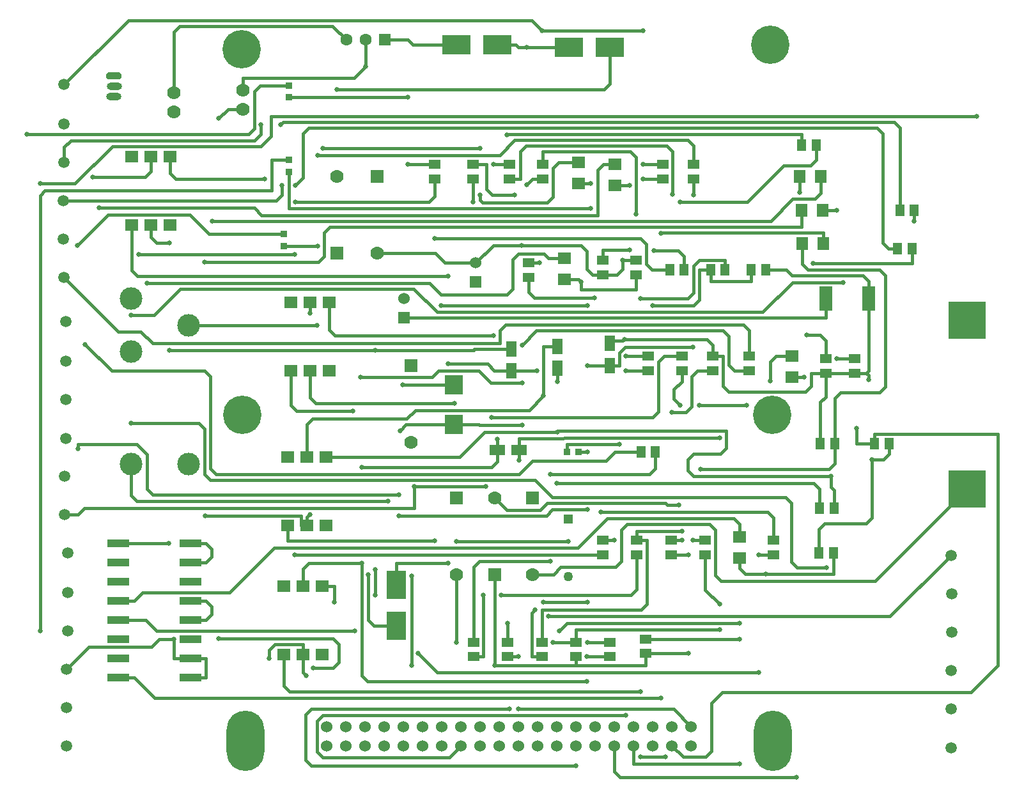
<source format=gbr>
G04 DipTrace 2.4.0.2*
%INTop.gbr*%
%MOMM*%
%ADD13C,0.381*%
%ADD17C,1.524*%
%ADD18R,1.524X1.524*%
%ADD19R,2.35X2.65*%
%ADD20R,1.35X2.15*%
%ADD21R,2.55X3.75*%
%ADD22R,2.15X1.35*%
%ADD23R,3.75X2.55*%
%ADD24R,0.9X0.9*%
%ADD25R,1.778X1.778*%
%ADD26C,1.778*%
%ADD27C,1.524*%
%ADD28C,1.778*%
%ADD29R,3.0X1.0*%
%ADD30C,5.08*%
%ADD31O,5.0X8.0*%
%ADD32C,1.271*%
%ADD33R,1.78X1.52*%
%ADD34R,5.0X5.0*%
%ADD35C,1.5*%
%ADD36O,2.0X1.0*%
%ADD37C,3.0*%
%ADD38R,1.27X1.27*%
%ADD39R,1.5X1.3*%
%ADD40R,1.3X1.5*%
%ADD41R,1.8X3.2*%
%ADD42R,1.6X1.8*%
%ADD43R,1.8X1.6*%
%ADD44R,1.6X1.6*%
%ADD45C,1.6*%
%ADD46C,0.635*%
%FSLAX53Y53*%
G04*
G71*
G90*
G75*
G01*
%LNTop*%
%LPD*%
X82349Y39800D2*
D13*
X85111D1*
X86064Y40752D1*
X93340D1*
X94101Y41514D1*
Y45655D1*
X94864Y46417D1*
X105782D1*
X106544Y45655D1*
Y39696D1*
X107306Y38934D1*
X127697D1*
X139880Y51116D1*
X20591Y27213D2*
X23567Y30189D1*
X31861D1*
X32899Y31228D1*
X34844D1*
X47428Y28688D2*
Y29733D1*
X48190Y30495D1*
X51965D1*
Y29164D1*
X24077Y92430D2*
X31058D1*
X31820Y93192D1*
Y95149D1*
X37042Y41387D2*
X39114D1*
X39876Y42149D1*
Y43166D1*
X39114Y43928D1*
X37042D1*
Y33768D2*
X39114D1*
X39876Y34530D1*
Y35545D1*
X39114Y36307D1*
X37042D1*
X52917Y74378D2*
Y75836D1*
X37042Y28688D2*
X39114D1*
Y26147D1*
X37042D1*
X34844Y31228D2*
Y28688D1*
X37042D1*
X52440Y46251D2*
X51678D1*
Y47583D1*
X39033D1*
X52917Y47710D2*
X52757D1*
X52440Y47392D1*
Y46251D1*
X51965Y29164D2*
Y26823D1*
X52410Y26379D1*
X102147Y45528D2*
X96175D1*
Y44306D1*
X20350Y47738D2*
X22171D1*
X23033Y48599D1*
X66697D1*
Y51421D1*
X77317Y49960D2*
X78932Y48345D1*
X83351D1*
X84268Y49262D1*
X99918D1*
X100223Y48957D1*
X101721D1*
X101927Y62175D2*
X101038Y63064D1*
Y64276D1*
X102130Y65367D1*
Y66788D1*
X101927Y89146D2*
X110820D1*
X115650Y93976D1*
X119148D1*
X119910Y94739D1*
Y96633D1*
X96175Y44306D2*
X97497D1*
Y35876D1*
X96734Y35114D1*
X83574D1*
Y30830D1*
X66697Y51421D2*
X76194D1*
X103717Y90035D2*
Y92192D1*
X104468Y62196D2*
X110675D1*
X93212Y44306D2*
X91651D1*
X112343Y42406D2*
X114271D1*
X67210Y29359D2*
X69750Y26820D1*
X112343D1*
X113242Y80123D2*
X115995D1*
X116744Y79373D1*
X126075D1*
X126837Y78611D1*
Y76312D1*
X103036Y29325D2*
X97367D1*
X29180Y54400D2*
Y50250D1*
X29942Y49488D1*
X63205D1*
X96098Y81392D2*
X94319D1*
X66321Y39566D2*
Y27709D1*
X120280Y42600D2*
Y45755D1*
X121042Y46517D1*
X126519D1*
X127281Y47279D1*
Y55017D1*
X81608Y91436D2*
X82359Y92188D1*
X83715D1*
X81015Y59554D2*
X75315D1*
X75225Y59644D1*
X71967D1*
X87207Y109650D2*
X81608D1*
X96986Y92192D2*
X99590D1*
X103036Y42406D2*
X100699D1*
X126837Y76312D2*
Y66788D1*
X126520Y66470D1*
X126837Y66153D1*
Y65566D1*
X77317Y27709D2*
Y39800D1*
X97367Y29325D2*
Y27709D1*
X88098D1*
X77317D1*
X74825Y81075D2*
X70727D1*
X69457Y82345D1*
X61807D1*
X80873Y83399D2*
X77149D1*
X74825Y81075D1*
X91652Y79487D2*
X90302D1*
X89540Y80249D1*
Y82637D1*
X88778Y83399D1*
X80873D1*
X94319Y81392D2*
Y80249D1*
X93558Y79487D1*
X91652D1*
X121180Y66470D2*
Y63313D1*
X120480Y62613D1*
Y57100D1*
X106257Y68692D2*
X107579D1*
Y64773D1*
X108341Y64011D1*
X118460D1*
X119223Y64773D1*
Y66470D1*
X121180D1*
X94498Y70947D2*
X105495D1*
X106257Y70185D1*
Y68692D1*
X92605Y70439D2*
Y70756D1*
X94308D1*
X94498Y70947D1*
X88098Y28930D2*
Y27709D1*
X127281Y55017D2*
X128818D1*
X129580Y55779D1*
Y57100D1*
X71967Y59644D2*
X65586D1*
X64792Y58850D1*
X81608Y109650D2*
X80447D1*
X80129Y109968D1*
X77682D1*
X124990Y66470D2*
X126520D1*
X121180D2*
X124990D1*
X50949Y89151D2*
X68665D1*
X69427Y89913D1*
Y92192D1*
X80498Y28930D2*
X79050D1*
X103372Y19639D2*
X101023Y21988D1*
X80498D1*
X102147Y44306D2*
X100699D1*
X100832Y61286D2*
X102689D1*
X103451Y62048D1*
Y66031D1*
X104213Y66793D1*
X106257D1*
X100911Y90162D2*
Y95781D1*
X100149Y96543D1*
X81508D1*
X80746Y95781D1*
Y92188D1*
X79270D1*
X111342Y80123D2*
Y78611D1*
X105940D1*
Y80123D1*
X104431D1*
Y76186D1*
X103669Y75424D1*
X98293D1*
X96098Y87500D2*
Y95019D1*
X95335Y95781D1*
X83715D1*
Y94087D1*
X98435Y82651D2*
X101685D1*
X102447Y81889D1*
Y80123D1*
X53875Y95314D2*
X77992D1*
X79984Y97305D1*
X102955D1*
X103717Y96543D1*
Y94093D1*
X53875Y83297D2*
X49425D1*
X96986Y111847D2*
X83647D1*
X96986Y94093D2*
X99590D1*
X83258Y81070D2*
X81810D1*
X83647Y111847D2*
X82288Y113206D1*
X28799D1*
X20322Y104729D1*
X75847Y37069D2*
Y28930D1*
X74526D1*
X34248Y69518D2*
X61491D1*
X34248Y83737D2*
X32582D1*
X31820Y84499D1*
Y86100D1*
X78206Y37069D2*
X95413D1*
X96175Y37831D1*
Y42406D1*
X61491Y37069D2*
Y40455D1*
Y69518D2*
X74515D1*
X74642Y69645D1*
X79587D1*
X62760Y110603D2*
X65853D1*
X66488Y109968D1*
X72285D1*
X85022Y30830D2*
X88098D1*
X107119Y35875D2*
X105223Y37771D1*
Y42406D1*
X72285Y39800D2*
Y30830D1*
X88098D2*
Y32447D1*
X107119D1*
X60220Y110603D2*
Y107110D1*
X89626Y67422D2*
X92605D1*
X70253Y75424D2*
X89626D1*
X87127Y44184D2*
X72285D1*
X103579Y44306D2*
X105223D1*
X60220Y107110D2*
X58701Y105591D1*
X44027D1*
Y103935D1*
X92605Y67422D2*
X93851D1*
Y69152D1*
X94614Y69914D1*
X103579D1*
X99324Y23391D2*
X32346D1*
X29589Y26147D1*
X27517D1*
X99324Y84960D2*
X99451Y85087D1*
X120862D1*
Y83615D1*
X50852Y42406D2*
X91651D1*
X30169Y82149D2*
X50852D1*
X57680Y110603D2*
X55838Y112444D1*
X35582D1*
X34820Y111682D1*
Y103617D1*
X72031Y62438D2*
X53679D1*
X52917Y63200D1*
Y66788D1*
X71162Y41261D2*
X64347D1*
Y38371D1*
X76920Y60570D2*
X98245D1*
X99007Y61332D1*
Y67925D1*
X99769Y68688D1*
X102130D1*
X74507Y89151D2*
Y92188D1*
X59587Y65898D2*
X69019D1*
X69899Y66779D1*
X75236D1*
X76874Y65141D1*
X80961D1*
X79984Y90039D2*
X77047D1*
X76285Y90801D1*
Y94087D1*
X74507D1*
X80961Y70153D2*
X82893Y72085D1*
X107579D1*
X108341Y71323D1*
Y67550D1*
X109103Y66788D1*
X111020D1*
X58571Y61422D2*
X51139D1*
X50377Y62184D1*
Y66788D1*
X60602Y39736D2*
Y33736D1*
X61365Y32974D1*
X64347D1*
X77174Y94087D2*
X79270D1*
X77174Y71423D2*
X56220D1*
X55458Y72185D1*
Y75836D1*
X46870Y92200D2*
X35120D1*
X34360Y92961D1*
Y95149D1*
X79050Y30830D2*
Y33315D1*
X52440Y55300D2*
Y59644D1*
X53202Y60406D1*
X65706D1*
X66841Y61540D1*
X81904D1*
X83809Y63445D1*
X85587Y51890D2*
X119618D1*
X120380Y51128D1*
Y48600D1*
X82685Y35113D2*
X82252Y34681D1*
Y28930D1*
X83574D1*
X83809Y63445D2*
Y69962D1*
X85620D1*
X89546Y25617D2*
X60475D1*
X59713Y26379D1*
Y41261D1*
Y53961D2*
X76920D1*
X77682Y54722D1*
Y56310D1*
X89546Y28930D2*
X92622D1*
X59713Y41261D2*
X52727D1*
X51965Y40498D1*
Y38212D1*
X77682Y56310D2*
Y57684D1*
X78953Y98030D2*
X78990Y98067D1*
X118010D1*
Y96633D1*
X122280Y48600D2*
Y50933D1*
X121889Y51324D1*
Y52817D1*
X85620Y65332D2*
Y67105D1*
X132927Y86611D2*
Y88060D1*
X85620Y58665D2*
X76032D1*
X72667Y55300D1*
X54980D1*
X121889Y52817D2*
X103690D1*
X102928Y53579D1*
Y55017D1*
X103690Y55779D1*
X107246D1*
X108008Y56541D1*
Y58792D1*
X85747D1*
X85620Y58665D1*
X119523Y81024D2*
X132610D1*
Y82980D1*
X80540Y54937D2*
Y56310D1*
X56093Y36116D2*
Y38212D1*
X54505D1*
X89626Y30830D2*
X92622D1*
X83809Y36116D2*
X89626D1*
X80540Y56310D2*
Y57776D1*
X86445D1*
X86572Y57903D1*
X107119D1*
X96641Y76312D2*
X102907D1*
X103669Y77075D1*
Y80682D1*
X104431Y81444D1*
X107840D1*
Y80123D1*
X96641Y24306D2*
X50187D1*
X49425Y25068D1*
Y29164D1*
X69364Y84288D2*
X96657D1*
X97419Y83526D1*
Y80885D1*
X98181Y80123D1*
X100547D1*
X69364Y44237D2*
X49900D1*
Y46251D1*
X75396Y90039D2*
Y89341D1*
X75714Y89024D1*
X84275D1*
X85036Y89785D1*
Y93648D1*
X85798Y94410D1*
X88478D1*
X54594Y96203D2*
X75396D1*
X39922Y86611D2*
X113903D1*
X116824Y89531D1*
X119783D1*
X120545Y90293D1*
Y92505D1*
X113871Y65376D2*
Y67930D1*
X114633Y68692D1*
X116735D1*
X85911Y32299D2*
X86948Y33336D1*
X109786D1*
X58825Y32299D2*
X32567D1*
X31099Y33768D1*
X27517D1*
Y36307D2*
X29589D1*
X30660Y37379D1*
X42191D1*
X48107Y43295D1*
X88333D1*
X92217Y47179D1*
X108985D1*
X109747Y46417D1*
Y44756D1*
X24966Y88320D2*
X45521D1*
X46469Y87373D1*
X90965D1*
Y93330D1*
X91727Y94093D1*
X93240D1*
X31251Y78408D2*
X68729D1*
X70253Y76884D1*
X78965D1*
X79727Y77646D1*
Y81529D1*
X80489Y82291D1*
X83857D1*
X84438Y81710D1*
X86572D1*
X38871Y81133D2*
X54002D1*
X54764Y81895D1*
Y85087D1*
X55526Y85849D1*
X118005D1*
Y88060D1*
X34209Y43928D2*
X27517D1*
X56410Y104004D2*
X91843D1*
X92605Y104766D1*
Y109650D1*
X65300Y73772D2*
X121237D1*
Y76312D1*
X65175Y64883D2*
X71967D1*
X84698Y53072D2*
X97873D1*
X98635Y53834D1*
Y55992D1*
X84698Y41514D2*
X75288D1*
X74526Y40752D1*
Y30830D1*
X71142Y79297D2*
X30042D1*
X29280Y80059D1*
Y86100D1*
X79587Y66787D2*
X77257D1*
X76377Y67668D1*
X71142D1*
X82920Y66787D2*
X79587D1*
X53806Y72815D2*
X36800D1*
X84463Y34224D2*
X129652D1*
X137767Y42340D1*
X20322Y79170D2*
X27517Y71975D1*
X30467D1*
X32035Y70407D1*
X78063D1*
Y72085D1*
X78825Y72847D1*
X110258D1*
X111020Y72085D1*
Y68688D1*
X23060Y70268D2*
X26592Y66736D1*
X38871D1*
X39633Y65974D1*
Y53833D1*
X40395Y53071D1*
X80540D1*
X82318Y54849D1*
X92115D1*
X93258Y55992D1*
X96735D1*
X50949Y91309D2*
X51970Y92331D1*
Y98157D1*
X52732Y98919D1*
X127965D1*
X128726Y98157D1*
Y83742D1*
X129489Y82980D1*
X130710D1*
X49165Y91309D2*
Y90092D1*
X48403Y89330D1*
X20163D1*
X48980Y99340D2*
X49321Y99681D1*
X130266D1*
X131028Y98919D1*
Y88060D1*
X46377Y99338D2*
Y98114D1*
X45505Y97242D1*
X21184D1*
X20322Y96380D1*
Y94410D1*
X29180Y59843D2*
X38109D1*
X38871Y59081D1*
Y53071D1*
X39633Y52309D1*
X82666D1*
X84953Y50024D1*
X115850D1*
X116612Y49261D1*
Y41474D1*
X117374Y40712D1*
X121291D1*
X29180Y74109D2*
X32198D1*
X35735Y77646D1*
X66633D1*
X69745Y74534D1*
X112851D1*
X116800Y78484D1*
X123517D1*
X141183Y100443D2*
X47750D1*
Y97836D1*
X46394Y96480D1*
X26683D1*
X21744Y91541D1*
X17142D1*
X89626Y55992D2*
X88478D1*
X64666Y47583D2*
X84177D1*
X84966Y48373D1*
X89626D1*
X22171Y56471D2*
Y57000D1*
X29961D1*
X31251Y55709D1*
Y51139D1*
X32013Y50377D1*
X64666D1*
X15364Y98131D2*
X44726D1*
X45488Y98893D1*
Y103808D1*
X46250Y104570D1*
X50060D1*
X17125Y32293D2*
Y90000D1*
X17777Y90652D1*
X47800D1*
Y94728D1*
X50060D1*
X22061Y83361D2*
X26132Y87431D1*
X36939D1*
X39486Y84885D1*
X49425D1*
X93848Y57014D2*
X86890D1*
Y55992D1*
X94740Y68692D2*
X97685D1*
X65797Y102983D2*
X50060D1*
X69427Y94093D2*
X65797D1*
X90076Y88261D2*
X50060D1*
Y93140D1*
X91404Y48067D2*
X113509D1*
X114271Y47305D1*
Y44306D1*
X90515Y76439D2*
X82572D1*
X81810Y77201D1*
Y79170D1*
X94740Y66793D2*
X97685D1*
X94740Y21099D2*
X54541D1*
X53779Y20337D1*
Y16305D1*
X54541Y15543D1*
X71337D1*
X72892Y17099D1*
X104579Y53707D2*
X121618D1*
X122380Y54469D1*
Y57100D1*
Y63153D1*
X123142Y63915D1*
X128309D1*
X129071Y64677D1*
Y79373D1*
X128309Y80135D1*
X118825D1*
X118062Y80897D1*
Y83615D1*
X125295Y59184D2*
Y57100D1*
X127680D1*
X90076Y91610D2*
X88478D1*
X127680Y57100D2*
Y58422D1*
X144020D1*
Y27770D1*
X140420Y24170D1*
X107457D1*
X106068Y22782D1*
Y16372D1*
X105306Y15610D1*
X102321D1*
X100832Y17099D1*
X118634Y71544D2*
X120418D1*
X121180Y70782D1*
Y68370D1*
X117745Y90421D2*
Y92505D1*
X109786Y31225D2*
X97367D1*
X109786Y14721D2*
X95752D1*
Y17099D1*
X99943Y15610D2*
X96641D1*
X95209Y91293D2*
X93240D1*
X95209Y82741D2*
X91652D1*
Y81388D1*
X96098Y79492D2*
Y77549D1*
X88778D1*
Y78565D1*
X88132Y14408D2*
X53017D1*
X52255Y15170D1*
Y21226D1*
X53017Y21988D1*
X79306D1*
X88778Y78565D2*
X88433Y78910D1*
X86572D1*
X122628Y68370D2*
X124990D1*
X122628Y88060D2*
X120805D1*
X117297Y12884D2*
X93974D1*
X93212Y13646D1*
Y17099D1*
X109747Y41956D2*
Y40584D1*
X110509Y39822D1*
X113233D1*
X118334Y65892D2*
X116735D1*
X113233Y39822D2*
X122180D1*
Y42600D1*
X40811Y100188D2*
X42018Y101395D1*
X44027D1*
X53299Y27395D2*
X55966D1*
X56728Y28157D1*
Y30495D1*
X55966Y31257D1*
X40811D1*
D46*
X39033Y47583D3*
X52410Y26379D3*
X24077Y92430D3*
X47428Y28688D3*
X52917Y47710D3*
Y74378D3*
X34844Y31228D3*
X102147Y45528D3*
X101927Y62175D3*
Y89146D3*
X66697Y51421D3*
X76194D3*
X101721Y48957D3*
X103717Y90035D3*
X104467Y62196D3*
X110675D3*
X93212Y44306D3*
X112343Y42406D3*
Y26820D3*
X67210Y29359D3*
X66321Y27709D3*
Y39566D3*
X81608Y91436D3*
X64792Y58850D3*
X81015Y59554D3*
X77317Y27709D3*
X96986Y92192D3*
X103036Y42406D3*
Y29325D3*
X81608Y109650D3*
X127281Y55017D3*
X126837Y65566D3*
X63205Y49488D3*
X94498Y70947D3*
X80873Y83399D3*
X94319Y81392D3*
X50949Y89151D3*
X80498Y28930D3*
Y21988D3*
X102147Y44306D3*
X100911Y90162D3*
X100832Y61286D3*
X98293Y75424D3*
X96098Y87500D3*
X98435Y82651D3*
X53875Y95314D3*
Y83297D3*
X96986Y94093D3*
Y111847D3*
X83258Y81070D3*
X83647Y111847D3*
X75847Y37069D3*
X34248Y83737D3*
Y69518D3*
X78206Y37069D3*
X61491Y69518D3*
Y40455D3*
Y37069D3*
X107119Y32447D3*
Y35875D3*
X85022Y30830D3*
X72285D3*
X103579Y69914D3*
X89626Y67422D3*
Y75424D3*
X70253D3*
X72285Y44184D3*
X87127D3*
X103579Y44306D3*
X60220Y107110D3*
X99324Y84960D3*
Y23391D3*
X50852Y42406D3*
Y82149D3*
X30169D3*
X72031Y62438D3*
X71162Y41261D3*
X76920Y60570D3*
X74507Y89151D3*
X80961Y65141D3*
X59587Y65898D3*
X79984Y90039D3*
X80961Y70153D3*
X58571Y61422D3*
X60602Y39736D3*
X77174Y94087D3*
Y71423D3*
X46870Y92200D3*
X79050Y33315D3*
X85587Y51890D3*
X82685Y35113D3*
X83809Y63445D3*
X77682Y57684D3*
X78953Y98030D3*
X59713Y53961D3*
X89546Y28930D3*
Y25617D3*
X59713Y41261D3*
X85620Y65332D3*
X132927Y86611D3*
X85620Y58665D3*
X121889Y52817D3*
X119523Y81024D3*
X107119Y57903D3*
X56093Y36116D3*
X89626Y30830D3*
Y36116D3*
X80540Y54937D3*
X83809Y36116D3*
X96641Y76312D3*
Y24306D3*
X69364Y84288D3*
Y44237D3*
X75396Y90039D3*
Y96203D3*
X54594D3*
X39922Y86611D3*
X113871Y65376D3*
X109786Y33336D3*
X85911Y32299D3*
X58825D3*
X24966Y88320D3*
X31251Y78408D3*
X38871Y81133D3*
X34209Y43928D3*
X56410Y104004D3*
X65175Y64883D3*
X84698Y53072D3*
Y41514D3*
X71142Y67668D3*
Y79297D3*
X82920Y66787D3*
X53806Y72815D3*
X84463Y34224D3*
X23060Y70268D3*
X50949Y91309D3*
X49165D3*
X48980Y99340D3*
X46377Y99338D3*
X121291Y40712D3*
X29180Y59843D3*
X123517Y78484D3*
X29180Y74109D3*
X17142Y91541D3*
X141183Y100443D3*
X89626Y55992D3*
Y48373D3*
X64666Y47583D3*
Y50377D3*
X22171Y56471D3*
X15364Y98131D3*
X17125Y32293D3*
X22061Y83361D3*
X93848Y57014D3*
X94740Y68692D3*
X65797Y102983D3*
Y94093D3*
X90076Y88261D3*
X91404Y48067D3*
X90515Y76439D3*
X94740Y66793D3*
Y21099D3*
X104579Y53707D3*
X90076Y91610D3*
X125295Y59184D3*
X118634Y71544D3*
X117745Y90421D3*
X109786Y31225D3*
Y14721D3*
X96641Y15610D3*
X99943D3*
X95209Y91293D3*
Y82741D3*
X88778Y78565D3*
X79306Y21988D3*
X88132Y14408D3*
X122628Y68370D3*
Y88060D3*
X117297Y12884D3*
X118334Y65892D3*
X113233Y39822D3*
X40811Y100188D3*
Y31257D3*
X53299Y27395D3*
D17*
X65300Y76312D3*
D18*
Y73772D3*
D19*
X71967Y64883D3*
Y59644D3*
D20*
X79587Y66787D3*
Y69645D3*
D21*
X64347Y32974D3*
Y38371D3*
D20*
X85620Y67105D3*
Y69962D3*
D22*
X80540Y56310D3*
X77682D3*
D23*
X72285Y109968D3*
X77682D3*
D17*
X74825Y81075D3*
D18*
Y78535D3*
D20*
X92605Y67422D3*
Y70439D3*
D23*
Y109650D3*
X87207D3*
D24*
X50060Y102983D3*
Y104570D3*
D25*
X72285Y49960D3*
D26*
Y39800D3*
D25*
X77317D3*
D26*
Y49960D3*
D25*
X56410Y82345D3*
D26*
Y92505D3*
D25*
X66252Y67422D3*
D26*
Y57262D3*
D25*
X82349Y49960D3*
D26*
Y39800D3*
D25*
X61807Y92505D3*
D26*
Y82345D3*
D24*
X50060Y93140D3*
Y94728D3*
X86890Y55993D3*
X88478D3*
X49425Y83297D3*
Y84885D3*
D27*
X103372Y19639D3*
X100832D3*
X98293D3*
X95752D3*
X93212D3*
X90672D3*
X88132D3*
X85592D3*
X83052D3*
X80513D3*
X77972D3*
X75432D3*
X72892D3*
X70352D3*
X67812D3*
X65272D3*
X62732D3*
X60192D3*
X57652D3*
X55112D3*
Y17099D3*
X57652D3*
X60192D3*
X62732D3*
X65272D3*
X67812D3*
X70352D3*
X72892D3*
X75432D3*
X77972D3*
X80513D3*
X83052D3*
X85592D3*
X88132D3*
X90672D3*
X93212D3*
X95752D3*
X98293D3*
X100832D3*
X103372D3*
D28*
X34820Y103617D3*
Y101077D3*
X44027Y103935D3*
Y101395D3*
D29*
X37042Y26147D3*
Y28688D3*
Y31228D3*
Y33767D3*
Y36307D3*
Y38847D3*
Y41387D3*
Y43928D3*
X27517D3*
Y41387D3*
Y38847D3*
Y36307D3*
Y33767D3*
Y31228D3*
Y28688D3*
Y26147D3*
D30*
X113805Y109968D3*
X43900Y60900D3*
X43855Y109332D3*
X114100Y60900D3*
D31*
X114160Y17730D3*
X44310Y17790D3*
D33*
X29280Y86100D3*
X31820D3*
X34360D3*
Y95149D3*
X31820D3*
X29280D3*
X50377Y66788D3*
X52917D3*
X55458D3*
Y75836D3*
X52917D3*
X50377D3*
X54980Y55300D3*
X52440D3*
X49900D3*
Y46251D3*
X52440D3*
X54980D3*
X54505Y38212D3*
X51965D3*
X49425D3*
Y29164D3*
X51965D3*
X54505D3*
D34*
X139880Y73500D3*
Y51116D3*
D35*
X137767Y42340D3*
X137926Y37260D3*
Y32180D3*
X137768Y27100D3*
Y22020D3*
Y16781D3*
X20322Y79170D3*
X20163Y84250D3*
Y89330D3*
X20322Y94410D3*
Y99490D3*
Y104729D3*
X20350Y47738D3*
X20360Y52820D3*
X20550Y57770D3*
Y62978D3*
Y68058D3*
Y73296D3*
X20590Y17050D3*
X20591Y22133D3*
Y27213D3*
X20750Y32293D3*
Y37373D3*
Y42611D3*
G36*
X26140Y106340D2*
X25890Y106090D1*
Y105590D1*
X26140Y105340D1*
X27640D1*
X27890Y105590D1*
Y106090D1*
X27640Y106340D1*
X26140D1*
X25890Y106090D1*
Y105590D1*
X26140Y105340D1*
X27640D1*
X27890Y105590D1*
Y106090D1*
X27640Y106340D1*
X26140D1*
X25890Y106090D1*
Y105590D1*
X26140Y105340D1*
X27640D1*
X27890Y105590D1*
Y106090D1*
X27640Y106340D1*
X26140D1*
G37*
D36*
X26960Y104450D3*
X26920Y103130D3*
D37*
X29180Y54400D3*
X36800D3*
X29180Y69323D3*
X36800Y72815D3*
X29180Y76308D3*
D32*
X87127Y39546D3*
D38*
Y47166D3*
D39*
X69427Y94093D3*
Y92192D3*
X97685Y68692D3*
Y66793D3*
X91651Y44306D3*
Y42406D3*
X74526Y28930D3*
Y30830D3*
X74507Y92188D3*
Y94087D3*
X102130Y66788D3*
Y68688D3*
X96175Y44306D3*
Y42406D3*
X79050Y28930D3*
Y30830D3*
X79270Y92188D3*
Y94087D3*
X106257Y68692D3*
Y66793D3*
X100699Y42406D3*
Y44306D3*
D40*
X119910Y96633D3*
X118010D3*
D39*
X83574Y30830D3*
Y28930D3*
D40*
X102447Y80123D3*
X100547D3*
X105940D3*
X107840D3*
X113242D3*
X111342D3*
D39*
X83715Y92188D3*
Y94087D3*
X99590Y94093D3*
Y92192D3*
D40*
X98635Y55992D3*
X96735D3*
D39*
X111020Y66788D3*
Y68688D3*
D40*
X132927Y88060D3*
X131028D3*
X132610Y82980D3*
X130710D3*
D39*
X105223Y42406D3*
Y44306D3*
X88098Y28930D3*
Y30830D3*
D41*
X121237Y76312D3*
X126837D3*
D42*
X120862Y83615D3*
X118062D3*
D43*
X88478Y94410D3*
Y91610D3*
D42*
X120545Y92505D3*
X117745D3*
D43*
X116735Y68692D3*
Y65892D3*
X109747Y44756D3*
Y41956D3*
D39*
X81810Y79170D3*
Y81070D3*
X92622Y28930D3*
Y30830D3*
D43*
X93240Y94093D3*
Y91293D3*
D42*
X118005Y88060D3*
X120805D3*
D43*
X86572Y81710D3*
Y78910D3*
D39*
X121180Y66470D3*
Y68370D3*
X114271Y44306D3*
Y42406D3*
X97367Y29325D3*
Y31225D3*
D40*
X120280Y42600D3*
X122180D3*
D39*
X91652Y79487D3*
Y81388D3*
X96098Y81392D3*
Y79492D3*
D40*
X129580Y57100D3*
X127680D3*
X120480D3*
X122380D3*
D39*
X124990Y66470D3*
Y68370D3*
D40*
X120380Y48600D3*
X122280D3*
D39*
X103717Y94093D3*
Y92192D3*
D44*
X62760Y110603D3*
D45*
X60220D3*
X57680D3*
M02*

</source>
